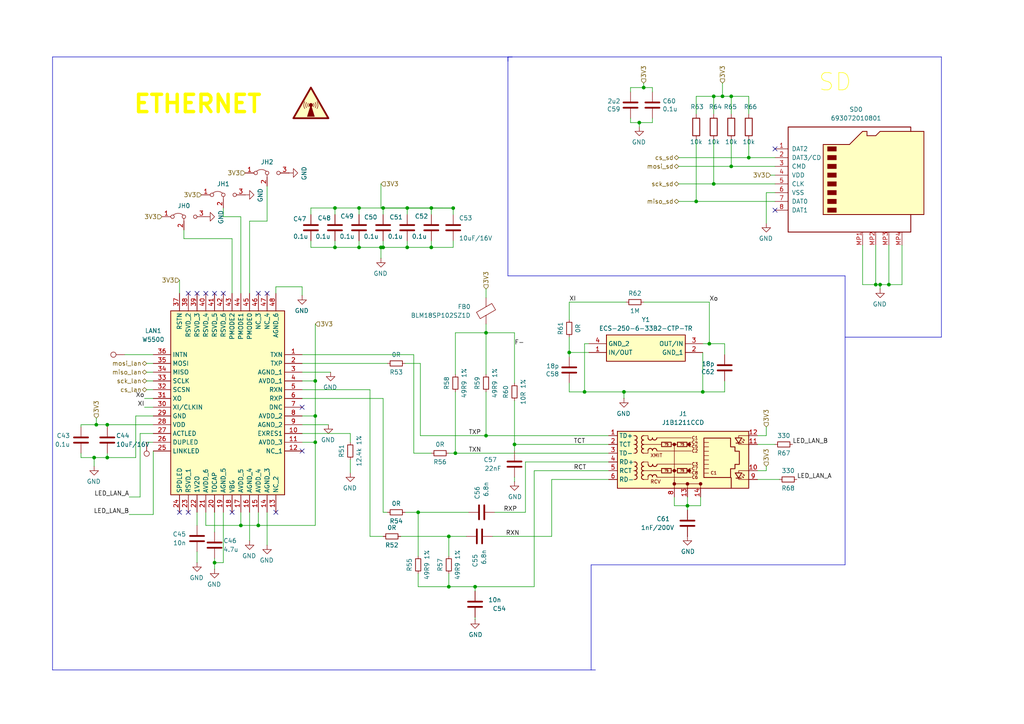
<source format=kicad_sch>
(kicad_sch (version 20231120) (generator "eeschema") (generator_version "8.0")
  (paper "A4")
  (lib_symbols
    (symbol "Connector:Micro_SD_Card" (pin_names (offset 1.016))
      (property "Reference" "J5" (at 0.635 19.05 0))
      (property "Value" "Micro_SD_Card" (at 0.635 16.51 0))
      (symbol "Micro_SD_Card_1_1"
        (pin bidirectional line (at -22.86 7.62 0) (length 3.81) (name "DAT2") (number "1"))
        (pin bidirectional line (at -22.86 5.08 0) (length 3.81) (name "DAT3/CD") (number "2"))
        (pin input line (at -22.86 2.54 0) (length 3.81) (name "CMD") (number "3"))
        (pin power_in line (at -22.86 0 0) (length 3.81) (name "VDD") (number "4"))
        (pin input line (at -22.86 -2.54 0) (length 3.81) (name "CLK") (number "5"))
        (pin power_in line (at -22.86 -5.08 0) (length 3.81) (name "VSS") (number "6"))
        (pin bidirectional line (at -22.86 -7.62 0) (length 3.81) (name "DAT0") (number "7"))
        (pin bidirectional line (at -22.86 -10.16 0) (length 3.81) (name "DAT1") (number "8"))
        (pin passive line (at 2.54 -20.32 90) (length 3.81) (name "") (number "MP1"))
        (pin passive line (at 6.35 -20.32 90) (length 3.81) (name "") (number "MP2"))
        (pin passive line (at 10.16 -20.32 90) (length 3.81) (name "") (number "MP3"))
        (pin passive line (at 13.97 -20.32 90) (length 3.81) (name "") (number "MP4"))
      )
    )
    (symbol "Connector:RJ45_Wuerth_7499010121A"
      (property "Reference" "J6" (at 1.27 13.97 0))
      (property "Value" "RJ45_Wuerth_7499010121A" (at 1.27 11.43 0))
      (symbol "RJ45_Wuerth_7499010121A_0_0"
        (text "C1" (at 4.699 6.985 0) (effects (font (size 0.889 0.889))))
        (text "C1" (at 10.16 -3.175 0) (effects (font (size 0.889 0.889))))
        (text "C2" (at 4.699 3.175 0) (effects (font (size 0.889 0.889))))
        (text "C3" (at 4.699 -0.635 0) (effects (font (size 0.889 0.889))))
        (text "C4" (at 4.699 5.715 0) (effects (font (size 0.889 0.889))))
        (text "C5" (at 4.699 4.445 0) (effects (font (size 0.889 0.889))))
        (text "C6" (at 4.699 -4.445 0) (effects (font (size 0.889 0.889))))
        (text "C7" (at 4.699 -1.905 0) (effects (font (size 0.889 0.889))))
        (text "C8" (at 4.699 -3.175 0) (effects (font (size 0.889 0.889))))
        (text "RCV" (at -8.255 -5.715 0) (effects (font (size 1.016 1.016)) (justify left)))
        (text "XMIT" (at -8.255 1.905 0) (effects (font (size 1.016 1.016)) (justify left)))
      )
      (symbol "RJ45_Wuerth_7499010121A_1_1"
        (text "75" (at -3.556 -2.54 0) (effects (font (size 0.635 0.635))))
        (text "75" (at -3.556 5.08 0) (effects (font (size 0.635 0.635))))
        (text "75" (at 1.016 -2.54 0) (effects (font (size 0.635 0.635))))
        (text "75" (at 1.016 5.08 0) (effects (font (size 0.635 0.635))))
        (pin passive line (at -20.32 7.62 0) (length 2.54) (name "TD+") (number "1"))
        (pin passive line (at 22.86 -2.54 180) (length 2.54) (name "") (number "10"))
        (pin passive line (at 22.86 5.08 180) (length 2.54) (name "") (number "11"))
        (pin passive line (at 22.86 7.62 180) (length 2.54) (name "") (number "12"))
        (pin output line (at 2.54 -10.16 90) (length 2.54) (name "") (number "13"))
        (pin output line (at 6.35 -10.16 90) (length 2.54) (name "") (number "14"))
        (pin passive line (at -20.32 5.08 0) (length 2.54) (name "TCT") (number "2"))
        (pin passive line (at -20.32 2.54 0) (length 2.54) (name "TD-") (number "3"))
        (pin passive line (at -20.32 0 0) (length 2.54) (name "RD+") (number "4"))
        (pin passive line (at -20.32 -2.54 0) (length 2.54) (name "RCT") (number "5"))
        (pin passive line (at -20.32 -5.08 0) (length 2.54) (name "RD-") (number "6"))
        (pin no_connect line (at 20.32 0 0) (length 0) hide (name "NC") (number "7"))
        (pin output line (at -1.27 -10.16 90) (length 2.54) (name "") (number "8"))
        (pin passive line (at 22.86 -5.08 180) (length 2.54) (name "") (number "9"))
      )
    )
    (symbol "Connector:TestPoint" (pin_numbers hide) (pin_names (offset 0.762) hide)
      (property "Reference" "TP" (at 0 6.858 0))
      (property "Value" "TestPoint" (at 0 5.08 0))
      (symbol "TestPoint_1_1"
        (pin passive line (at 0 0 90) (length 2.54) (name "1") (number "1"))
      )
    )
    (symbol "Device:C" (pin_numbers hide) (pin_names (offset 0.254))
      (property "Reference" "C" (at 0.635 2.54 0))
      (property "Value" "C" (at 0.635 -2.54 0))
      (symbol "C_1_1"
        (pin passive line (at 0 3.81 270) (length 2.794) (name "~") (number "1"))
        (pin passive line (at 0 -3.81 90) (length 2.794) (name "~") (number "2"))
      )
    )
    (symbol "Device:FerriteBead" (pin_numbers hide) (pin_names (offset 0))
      (property "Reference" "FB" (at -3.81 0.635 90))
      (property "Value" "FerriteBead" (at 3.81 0 90))
      (symbol "FerriteBead_1_1"
        (pin passive line (at 0 3.81 270) (length 2.54) (name "~") (number "1"))
        (pin passive line (at 0 -3.81 90) (length 2.54) (name "~") (number "2"))
      )
    )
    (symbol "Device:R" (pin_numbers hide) (pin_names (offset 0))
      (property "Reference" "R" (at 2.032 0 90))
      (property "Value" "R" (at 0 0 90))
      (symbol "R_1_1"
        (pin passive line (at 0 3.81 270) (length 1.27) (name "~") (number "1"))
        (pin passive line (at 0 -3.81 90) (length 1.27) (name "~") (number "2"))
      )
    )
    (symbol "Device:R_Small" (pin_numbers hide) (pin_names (offset 0.254) hide)
      (property "Reference" "R" (at 0.762 0.508 0))
      (property "Value" "R_Small" (at 0.762 -1.016 0))
      (symbol "R_Small_1_1"
        (pin passive line (at 0 2.54 270) (length 0.762) (name "~") (number "1"))
        (pin passive line (at 0 -2.54 90) (length 0.762) (name "~") (number "2"))
      )
    )
    (symbol "Graphic:SYM_Radio_Waves_Large" (in_bom no) (on_board no))
    (symbol "Jumper:Jumper_3_Bridged12" (pin_names (offset 0) hide)
      (property "Reference" "JP" (at -2.54 -2.54 0))
      (property "Value" "Jumper_3_Bridged12" (at 0 2.794 0))
      (symbol "Jumper_3_Bridged12_1_1"
        (pin passive line (at -6.35 0 0) (length 2.54) (name "A") (number "1"))
        (pin passive line (at 0 -3.81 90) (length 2.54) (name "C") (number "2"))
        (pin passive line (at 6.35 0 180) (length 2.54) (name "B") (number "3"))
      )
    )
    (symbol "SamacSys_Parts:ECS-250-6-33B2-CTP-TR"
      (property "Reference" "Y" (at 29.21 7.62 0))
      (property "Value" "ECS-250-6-33B2-CTP-TR" (at 29.21 5.08 0))
      (symbol "ECS-250-6-33B2-CTP-TR_1_1"
        (pin passive line (at 0 -2.54 0) (length 5.08) (name "IN/OUT") (number "1"))
        (pin passive line (at 33.02 -2.54 180) (length 5.08) (name "GND_1") (number "2"))
        (pin passive line (at 33.02 0 180) (length 5.08) (name "OUT/IN") (number "3"))
        (pin passive line (at 0 0 0) (length 5.08) (name "GND_2") (number "4"))
      )
    )
    (symbol "SamacSys_Parts:W5500"
      (property "Reference" "IC" (at 39.37 17.78 0))
      (property "Value" "W5500" (at 39.37 15.24 0))
      (symbol "W5500_1_1"
        (pin passive line (at 0 0 0) (length 5.08) (name "TXN") (number "1"))
        (pin passive line (at 0 -22.86 0) (length 5.08) (name "EXRES1") (number "10"))
        (pin passive line (at 0 -25.4 0) (length 5.08) (name "AVDD_3") (number "11"))
        (pin passive line (at 0 -27.94 0) (length 5.08) (name "NC_1") (number "12"))
        (pin passive line (at 7.62 -45.72 90) (length 5.08) (name "NC_2") (number "13"))
        (pin passive line (at 10.16 -45.72 90) (length 5.08) (name "AGND_3") (number "14"))
        (pin passive line (at 12.7 -45.72 90) (length 5.08) (name "AVDD_4") (number "15"))
        (pin passive line (at 15.24 -45.72 90) (length 5.08) (name "AGND_4") (number "16"))
        (pin passive line (at 17.78 -45.72 90) (length 5.08) (name "AVDD_5") (number "17"))
        (pin passive line (at 20.32 -45.72 90) (length 5.08) (name "VBG") (number "18"))
        (pin passive line (at 22.86 -45.72 90) (length 5.08) (name "AGND_5") (number "19"))
        (pin passive line (at 0 -2.54 0) (length 5.08) (name "TXP") (number "2"))
        (pin passive line (at 25.4 -45.72 90) (length 5.08) (name "TOCAP") (number "20"))
        (pin passive line (at 27.94 -45.72 90) (length 5.08) (name "AVDD_6") (number "21"))
        (pin passive line (at 30.48 -45.72 90) (length 5.08) (name "1V2O") (number "22"))
        (pin passive line (at 33.02 -45.72 90) (length 5.08) (name "RSVD_1") (number "23"))
        (pin passive line (at 35.56 -45.72 90) (length 5.08) (name "SPDLED") (number "24"))
        (pin passive line (at 43.18 -27.94 180) (length 5.08) (name "LINKLED") (number "25"))
        (pin passive line (at 43.18 -25.4 180) (length 5.08) (name "DUPLED") (number "26"))
        (pin passive line (at 43.18 -22.86 180) (length 5.08) (name "ACTLED") (number "27"))
        (pin passive line (at 43.18 -20.32 180) (length 5.08) (name "VDD") (number "28"))
        (pin passive line (at 43.18 -17.78 180) (length 5.08) (name "GND") (number "29"))
        (pin passive line (at 0 -5.08 0) (length 5.08) (name "AGND_1") (number "3"))
        (pin passive line (at 43.18 -15.24 180) (length 5.08) (name "XI/CLKIN") (number "30"))
        (pin passive line (at 43.18 -12.7 180) (length 5.08) (name "XO") (number "31"))
        (pin passive line (at 43.18 -10.16 180) (length 5.08) (name "SCSN") (number "32"))
        (pin passive line (at 43.18 -7.62 180) (length 5.08) (name "SCLK") (number "33"))
        (pin passive line (at 43.18 -5.08 180) (length 5.08) (name "MISO") (number "34"))
        (pin passive line (at 43.18 -2.54 180) (length 5.08) (name "MOSI") (number "35"))
        (pin passive line (at 43.18 0 180) (length 5.08) (name "INTN") (number "36"))
        (pin passive line (at 35.56 17.78 270) (length 5.08) (name "RSTN") (number "37"))
        (pin passive line (at 33.02 17.78 270) (length 5.08) (name "RSVD_2") (number "38"))
        (pin passive line (at 30.48 17.78 270) (length 5.08) (name "RSVD_3") (number "39"))
        (pin passive line (at 0 -7.62 0) (length 5.08) (name "AVDD_1") (number "4"))
        (pin passive line (at 27.94 17.78 270) (length 5.08) (name "RSVD_4") (number "40"))
        (pin passive line (at 25.4 17.78 270) (length 5.08) (name "RSVD_5") (number "41"))
        (pin passive line (at 22.86 17.78 270) (length 5.08) (name "RSVD_6") (number "42"))
        (pin passive line (at 20.32 17.78 270) (length 5.08) (name "PMODE2") (number "43"))
        (pin passive line (at 17.78 17.78 270) (length 5.08) (name "PMODE1") (number "44"))
        (pin passive line (at 15.24 17.78 270) (length 5.08) (name "PMODE0") (number "45"))
        (pin passive line (at 12.7 17.78 270) (length 5.08) (name "NC_3") (number "46"))
        (pin passive line (at 10.16 17.78 270) (length 5.08) (name "NC_4") (number "47"))
        (pin passive line (at 7.62 17.78 270) (length 5.08) (name "AGND_6") (number "48"))
        (pin passive line (at 0 -10.16 0) (length 5.08) (name "RXN") (number "5"))
        (pin passive line (at 0 -12.7 0) (length 5.08) (name "RXP") (number "6"))
        (pin passive line (at 0 -15.24 0) (length 5.08) (name "DNC") (number "7"))
        (pin passive line (at 0 -17.78 0) (length 5.08) (name "AVDD_2") (number "8"))
        (pin passive line (at 0 -20.32 0) (length 5.08) (name "AGND_2") (number "9"))
      )
    )
    (symbol "power:GND" (power) (pin_numbers hide) (pin_names (offset 0) hide)
      (property "Value" "GND" (at 0 -3.81 0))
      (symbol "GND_1_1"
        (pin power_in line (at 0 0 270) (length 0) (name "~") (number "1"))
      )
    )
  )
  (junction (at 27.94 123.19))
  (junction (at 255.27 82.55))
  (junction (at 118.11 60.325))
  (junction (at 104.14 71.755))
  (junction (at 257.81 82.55))
  (junction (at 199.39 146.685))
  (junction (at 62.23 163.195))
  (junction (at 140.97 126.365))
  (junction (at 205.74 99.695))
  (junction (at 104.14 60.325))
  (junction (at 132.08 131.445))
  (junction (at 69.85 152.4))
  (junction (at 207.01 53.34))
  (junction (at 31.115 123.19))
  (junction (at 118.11 71.755))
  (junction (at 201.93 58.42))
  (junction (at 125.095 60.325))
  (junction (at 97.155 60.325))
  (junction (at 131.445 60.3569))
  (junction (at 125.095 71.755))
  (junction (at 217.17 45.72))
  (junction (at 169.545 113.665))
  (junction (at 91.44 110.49))
  (junction (at 91.44 120.65))
  (junction (at 111.125 60.325))
  (junction (at 130.175 170.18))
  (junction (at 212.09 48.26))
  (junction (at 212.09 27.94))
  (junction (at 91.44 128.27))
  (junction (at 111.125 71.755))
  (junction (at 137.795 170.18))
  (junction (at 130.175 155.575))
  (junction (at 97.155 71.755))
  (junction (at 203.835 113.665))
  (junction (at 31.115 132.715))
  (junction (at 254 82.55))
  (junction (at 149.225 128.905))
  (junction (at 185.42 35.56))
  (junction (at 110.49 71.755))
  (junction (at 74.93 152.4))
  (junction (at 121.285 148.59))
  (junction (at 27.305 132.715))
  (junction (at 165.1 102.235))
  (junction (at 207.01 27.94))
  (junction (at 180.975 113.665))
  (junction (at 186.69 25.4))
  (junction (at 209.55 27.94))
  (junction (at 140.97 96.52))
  (no_connect (at 74.93 85.09))
  (no_connect (at 54.61 85.09))
  (no_connect (at 67.31 148.59))
  (no_connect (at 87.63 130.81))
  (no_connect (at 224.79 60.96))
  (no_connect (at 64.77 85.09))
  (no_connect (at 52.07 148.59))
  (no_connect (at 224.79 43.18))
  (no_connect (at 62.23 85.09))
  (no_connect (at 87.63 118.11))
  (no_connect (at 77.47 85.09))
  (no_connect (at 54.61 148.59))
  (no_connect (at 57.15 85.09))
  (no_connect (at 80.01 148.59))
  (no_connect (at 59.69 85.09))
  (wire (pts (xy 101.6 133.35) (xy 101.6 137.16)))
  (wire (pts (xy 64.77 62.865) (xy 64.77 60.325)))
  (wire (pts (xy 212.09 33.02) (xy 212.09 27.94)))
  (wire (pts (xy 165.1 103.505) (xy 165.1 102.235)))
  (wire (pts (xy 257.81 71.12) (xy 257.81 82.55)))
  (wire (pts (xy 69.85 152.4) (xy 74.93 152.4)))
  (wire (pts (xy 210.185 99.695) (xy 205.74 99.695)))
  (wire (pts (xy 169.545 99.695) (xy 169.545 113.665)))
  (wire (pts (xy 104.14 71.755) (xy 110.49 71.755)))
  (wire (pts (xy 72.39 64.135) (xy 77.47 64.135)))
  (wire (pts (xy 140.97 96.52) (xy 140.97 108.585)))
  (wire (pts (xy 23.495 131.445) (xy 23.495 132.715)))
  (wire (pts (xy 125.095 71.755) (xy 131.445 71.755)))
  (wire (pts (xy 107.315 113.03) (xy 107.315 155.575)))
  (wire (pts (xy 186.69 87.63) (xy 205.74 87.63)))
  (wire (pts (xy 223.52 50.8) (xy 224.79 50.8)))
  (wire (pts (xy 222.25 135.255) (xy 222.25 136.525)))
  (wire (pts (xy 31.115 123.19) (xy 27.94 123.19)))
  (wire (pts (xy 149.225 116.205) (xy 149.225 128.905)))
  (wire (pts (xy 195.58 144.145) (xy 195.58 146.685)))
  (wire (pts (xy 110.49 60.3569) (xy 131.445 60.3569)))
  (wire (pts (xy 130.175 155.575) (xy 135.255 155.575)))
  (wire (pts (xy 189.23 25.4) (xy 186.69 25.4)))
  (wire (pts (xy 165.1 111.125) (xy 165.1 113.665)))
  (polyline (pts (xy 15.24 16.51) (xy 15.24 194.31)))
  (wire (pts (xy 97.155 69.85) (xy 97.155 71.755)))
  (wire (pts (xy 67.31 69.215) (xy 67.31 85.09)))
  (wire (pts (xy 222.25 123.825) (xy 222.25 126.365)))
  (wire (pts (xy 209.55 27.94) (xy 209.55 24.13)))
  (wire (pts (xy 165.1 87.63) (xy 181.61 87.63)))
  (wire (pts (xy 72.39 148.59) (xy 72.39 156.845)))
  (wire (pts (xy 201.93 27.94) (xy 201.93 33.02)))
  (wire (pts (xy 111.125 69.85) (xy 111.125 71.755)))
  (wire (pts (xy 203.835 113.665) (xy 203.835 102.235)))
  (wire (pts (xy 217.17 40.64) (xy 217.17 45.72)))
  (wire (pts (xy 131.445 62.23) (xy 131.445 60.3569)))
  (wire (pts (xy 53.34 69.215) (xy 67.31 69.215)))
  (wire (pts (xy 59.69 148.59) (xy 59.69 152.4)))
  (wire (pts (xy 207.01 40.64) (xy 207.01 53.34)))
  (wire (pts (xy 87.63 110.49) (xy 91.44 110.49)))
  (wire (pts (xy 255.27 83.82) (xy 255.27 82.55)))
  (wire (pts (xy 57.15 163.195) (xy 57.15 160.02)))
  (wire (pts (xy 57.15 148.59) (xy 57.15 152.4)))
  (wire (pts (xy 121.285 166.37) (xy 121.285 170.18)))
  (wire (pts (xy 132.08 108.585) (xy 132.08 96.52)))
  (wire (pts (xy 201.93 58.42) (xy 196.85 58.42)))
  (wire (pts (xy 186.69 24.13) (xy 186.69 25.4)))
  (wire (pts (xy 59.69 152.4) (xy 69.85 152.4)))
  (wire (pts (xy 149.225 128.905) (xy 176.53 128.905)))
  (wire (pts (xy 199.39 147.955) (xy 199.39 146.685)))
  (wire (pts (xy 91.44 128.27) (xy 91.44 152.4)))
  (wire (pts (xy 91.44 120.65) (xy 91.44 128.27)))
  (wire (pts (xy 80.01 83.185) (xy 80.01 85.09)))
  (wire (pts (xy 140.97 113.665) (xy 140.97 126.365)))
  (wire (pts (xy 257.81 82.55) (xy 261.62 82.55)))
  (wire (pts (xy 77.47 64.135) (xy 77.47 53.975)))
  (wire (pts (xy 62.23 148.59) (xy 62.23 154.305)))
  (wire (pts (xy 217.17 45.72) (xy 224.79 45.72)))
  (wire (pts (xy 189.23 35.56) (xy 189.23 34.29)))
  (wire (pts (xy 104.14 62.23) (xy 104.14 60.325)))
  (wire (pts (xy 74.93 148.59) (xy 74.93 152.4)))
  (wire (pts (xy 121.285 161.29) (xy 121.285 148.59)))
  (wire (pts (xy 222.25 136.525) (xy 219.71 136.525)))
  (wire (pts (xy 72.39 85.09) (xy 72.39 64.135)))
  (wire (pts (xy 185.42 35.56) (xy 182.88 35.56)))
  (wire (pts (xy 87.63 105.41) (xy 112.395 105.41)))
  (wire (pts (xy 41.91 118.11) (xy 44.45 118.11)))
  (wire (pts (xy 44.45 130.81) (xy 44.45 149.225)))
  (wire (pts (xy 121.92 105.41) (xy 121.92 126.365)))
  (wire (pts (xy 130.175 155.575) (xy 130.175 161.29)))
  (wire (pts (xy 97.155 71.755) (xy 90.17 71.755)))
  (wire (pts (xy 165.1 97.79) (xy 165.1 102.235)))
  (wire (pts (xy 62.23 161.925) (xy 62.23 163.195)))
  (wire (pts (xy 196.85 53.34) (xy 207.01 53.34)))
  (wire (pts (xy 137.795 179.705) (xy 137.795 179.07)))
  (wire (pts (xy 196.85 48.26) (xy 212.09 48.26)))
  (wire (pts (xy 185.42 36.83) (xy 185.42 35.56)))
  (wire (pts (xy 110.49 71.755) (xy 111.125 71.755)))
  (wire (pts (xy 255.27 82.55) (xy 257.81 82.55)))
  (wire (pts (xy 165.1 87.63) (xy 165.1 92.71)))
  (wire (pts (xy 104.14 60.325) (xy 111.125 60.325)))
  (wire (pts (xy 180.975 113.665) (xy 169.545 113.665)))
  (wire (pts (xy 210.185 113.665) (xy 203.835 113.665)))
  (wire (pts (xy 31.115 132.715) (xy 39.37 132.715)))
  (wire (pts (xy 37.465 144.145) (xy 40.64 144.145)))
  (wire (pts (xy 121.92 126.365) (xy 140.97 126.365)))
  (wire (pts (xy 23.495 132.715) (xy 27.305 132.715)))
  (wire (pts (xy 130.175 170.18) (xy 137.795 170.18)))
  (wire (pts (xy 132.08 113.665) (xy 132.08 131.445)))
  (wire (pts (xy 212.09 40.64) (xy 212.09 48.26)))
  (polyline (pts (xy 273.05 16.51) (xy 273.05 97.79)))
  (wire (pts (xy 210.185 110.49) (xy 210.185 113.665)))
  (wire (pts (xy 118.11 60.325) (xy 125.095 60.325)))
  (wire (pts (xy 104.14 71.755) (xy 104.14 69.85)))
  (wire (pts (xy 52.07 81.28) (xy 52.07 85.09)))
  (wire (pts (xy 90.17 71.755) (xy 90.17 69.85)))
  (wire (pts (xy 250.19 82.55) (xy 254 82.55)))
  (wire (pts (xy 74.93 152.4) (xy 91.44 152.4)))
  (wire (pts (xy 182.88 25.4) (xy 182.88 26.67)))
  (wire (pts (xy 44.45 149.225) (xy 37.465 149.225)))
  (wire (pts (xy 201.93 40.64) (xy 201.93 58.42)))
  (wire (pts (xy 189.23 26.67) (xy 189.23 25.4)))
  (wire (pts (xy 152.4 133.985) (xy 152.4 148.59)))
  (wire (pts (xy 69.85 148.59) (xy 69.85 152.4)))
  (wire (pts (xy 140.97 96.52) (xy 149.225 96.52)))
  (wire (pts (xy 130.175 166.37) (xy 130.175 170.18)))
  (wire (pts (xy 125.095 60.325) (xy 125.095 62.23)))
  (wire (pts (xy 254 71.12) (xy 254 82.55)))
  (wire (pts (xy 117.475 105.41) (xy 121.92 105.41)))
  (wire (pts (xy 111.125 60.325) (xy 111.125 62.23)))
  (wire (pts (xy 87.63 115.57) (xy 111.125 115.57)))
  (wire (pts (xy 118.11 62.23) (xy 118.11 60.325)))
  (wire (pts (xy 160.02 155.575) (xy 142.875 155.575)))
  (wire (pts (xy 224.79 58.42) (xy 201.93 58.42)))
  (wire (pts (xy 91.44 93.98) (xy 91.44 110.49)))
  (wire (pts (xy 165.1 102.235) (xy 170.815 102.235)))
  (wire (pts (xy 64.77 163.195) (xy 62.23 163.195)))
  (wire (pts (xy 152.4 133.985) (xy 176.53 133.985)))
  (wire (pts (xy 23.495 123.19) (xy 27.94 123.19)))
  (wire (pts (xy 90.17 60.325) (xy 97.155 60.325)))
  (wire (pts (xy 130.175 131.445) (xy 132.08 131.445)))
  (wire (pts (xy 41.91 115.57) (xy 44.45 115.57)))
  (polyline (pts (xy 273.05 97.79) (xy 245.11 97.79)))
  (wire (pts (xy 180.975 115.57) (xy 180.975 113.665)))
  (wire (pts (xy 261.62 71.12) (xy 261.62 82.55)))
  (wire (pts (xy 210.185 102.87) (xy 210.185 99.695)))
  (wire (pts (xy 87.63 113.03) (xy 107.315 113.03)))
  (wire (pts (xy 140.97 126.365) (xy 176.53 126.365)))
  (wire (pts (xy 110.49 53.34) (xy 110.49 60.3569)))
  (wire (pts (xy 132.08 96.52) (xy 140.97 96.52)))
  (wire (pts (xy 69.85 62.865) (xy 69.85 85.09)))
  (wire (pts (xy 152.4 148.59) (xy 143.51 148.59)))
  (wire (pts (xy 137.795 171.45) (xy 137.795 170.18)))
  (wire (pts (xy 140.97 93.98) (xy 140.97 96.52)))
  (wire (pts (xy 40.64 125.73) (xy 44.45 125.73)))
  (polyline (pts (xy 171.45 163.83) (xy 245.11 163.83)))
  (wire (pts (xy 217.17 45.72) (xy 196.85 45.72)))
  (wire (pts (xy 212.09 48.26) (xy 224.79 48.26)))
  (polyline (pts (xy 147.32 80.01) (xy 147.32 16.51)))
  (wire (pts (xy 199.39 144.145) (xy 199.39 146.685)))
  (wire (pts (xy 64.77 148.59) (xy 64.77 163.195)))
  (polyline (pts (xy 147.32 16.51) (xy 147.32 17.78)))
  (wire (pts (xy 199.39 146.685) (xy 203.2 146.685)))
  (wire (pts (xy 53.34 69.215) (xy 53.34 66.675)))
  (wire (pts (xy 137.795 170.18) (xy 154.94 170.18)))
  (wire (pts (xy 154.94 136.525) (xy 176.53 136.525)))
  (wire (pts (xy 64.77 62.865) (xy 69.85 62.865)))
  (wire (pts (xy 95.885 107.95) (xy 87.63 107.95)))
  (wire (pts (xy 111.125 60.325) (xy 118.11 60.325)))
  (wire (pts (xy 205.74 99.695) (xy 203.835 99.695)))
  (polyline (pts (xy 245.11 80.01) (xy 147.32 80.01)))
  (wire (pts (xy 118.11 71.755) (xy 118.11 69.85)))
  (wire (pts (xy 254 82.55) (xy 255.27 82.55)))
  (wire (pts (xy 132.08 131.445) (xy 176.53 131.445)))
  (wire (pts (xy 149.225 139.7) (xy 149.225 138.43)))
  (wire (pts (xy 36.195 102.87) (xy 44.45 102.87)))
  (wire (pts (xy 121.285 148.59) (xy 135.89 148.59)))
  (wire (pts (xy 42.545 110.49) (xy 44.45 110.49)))
  (wire (pts (xy 217.17 27.94) (xy 212.09 27.94)))
  (wire (pts (xy 40.64 144.145) (xy 40.64 125.73)))
  (wire (pts (xy 42.545 105.41) (xy 44.45 105.41)))
  (wire (pts (xy 222.25 55.88) (xy 224.79 55.88)))
  (wire (pts (xy 111.125 148.59) (xy 112.395 148.59)))
  (wire (pts (xy 90.17 62.23) (xy 90.17 60.325)))
  (wire (pts (xy 87.63 120.65) (xy 91.44 120.65)))
  (wire (pts (xy 77.47 158.115) (xy 77.47 148.59)))
  (wire (pts (xy 27.94 121.285) (xy 27.94 123.19)))
  (wire (pts (xy 250.19 82.55) (xy 250.19 71.12)))
  (wire (pts (xy 140.97 83.82) (xy 140.97 86.36)))
  (wire (pts (xy 120.015 131.445) (xy 125.095 131.445)))
  (wire (pts (xy 205.74 87.63) (xy 205.74 99.695)))
  (wire (pts (xy 87.63 125.73) (xy 101.6 125.73)))
  (wire (pts (xy 169.545 99.695) (xy 170.815 99.695)))
  (wire (pts (xy 27.305 132.715) (xy 27.305 135.255)))
  (wire (pts (xy 62.23 163.195) (xy 62.23 165.1)))
  (wire (pts (xy 97.155 71.755) (xy 104.14 71.755)))
  (wire (pts (xy 195.58 146.685) (xy 199.39 146.685)))
  (wire (pts (xy 120.015 102.87) (xy 120.015 131.445)))
  (wire (pts (xy 23.495 123.19) (xy 23.495 123.825)))
  (wire (pts (xy 87.63 85.725) (xy 87.63 83.185)))
  (wire (pts (xy 31.115 123.19) (xy 31.115 123.825)))
  (wire (pts (xy 110.49 74.93) (xy 110.49 71.755)))
  (wire (pts (xy 149.225 96.52) (xy 149.225 111.125)))
  (wire (pts (xy 125.095 60.325) (xy 131.445 60.3569)))
  (wire (pts (xy 87.63 83.185) (xy 80.01 83.185)))
  (wire (pts (xy 219.71 139.065) (xy 226.06 139.065)))
  (wire (pts (xy 117.475 148.59) (xy 121.285 148.59)))
  (wire (pts (xy 118.11 71.755) (xy 125.095 71.755)))
  (wire (pts (xy 44.45 120.65) (xy 39.37 120.65)))
  (wire (pts (xy 186.69 25.4) (xy 182.88 25.4)))
  (wire (pts (xy 165.1 113.665) (xy 169.545 113.665)))
  (wire (pts (xy 207.01 27.94) (xy 201.93 27.94)))
  (wire (pts (xy 160.02 139.065) (xy 160.02 155.575)))
  (wire (pts (xy 125.095 69.85) (xy 125.095 71.755)))
  (wire (pts (xy 91.44 110.49) (xy 91.44 120.65)))
  (wire (pts (xy 203.2 146.685) (xy 203.2 144.145)))
  (polyline (pts (xy 171.45 194.31) (xy 171.45 163.83)))
  (wire (pts (xy 111.125 71.755) (xy 118.11 71.755)))
  (wire (pts (xy 44.45 123.19) (xy 31.115 123.19)))
  (polyline (pts (xy 15.24 194.31) (xy 172.72 194.31)))
  (wire (pts (xy 131.445 71.755) (xy 131.445 69.85)))
  (wire (pts (xy 207.01 27.94) (xy 207.01 33.02)))
  (wire (pts (xy 207.01 53.34) (xy 224.79 53.34)))
  (wire (pts (xy 97.155 60.325) (xy 97.155 62.23)))
  (wire (pts (xy 154.94 136.525) (xy 154.94 170.18)))
  (wire (pts (xy 39.37 120.65) (xy 39.37 132.715)))
  (wire (pts (xy 42.545 113.03) (xy 44.45 113.03)))
  (wire (pts (xy 31.115 131.445) (xy 31.115 132.715)))
  (polyline (pts (xy 245.11 163.83) (xy 245.11 80.01)))
  (wire (pts (xy 209.55 27.94) (xy 207.01 27.94)))
  (wire (pts (xy 131.445 60.3569) (xy 131.445 60.325)))
  (wire (pts (xy 87.63 128.27) (xy 91.44 128.27)))
  (wire (pts (xy 116.205 155.575) (xy 130.175 155.575)))
  (wire (pts (xy 87.63 123.19) (xy 95.25 123.19)))
  (wire (pts (xy 222.25 126.365) (xy 219.71 126.365)))
  (wire (pts (xy 101.6 125.73) (xy 101.6 128.27)))
  (polyline (pts (xy 147.32 16.51) (xy 273.05 16.51)))
  (wire (pts (xy 107.315 155.575) (xy 111.125 155.575)))
  (wire (pts (xy 212.09 27.94) (xy 209.55 27.94)))
  (wire (pts (xy 27.305 132.715) (xy 31.115 132.715)))
  (wire (pts (xy 224.79 128.905) (xy 219.71 128.905)))
  (wire (pts (xy 217.17 33.02) (xy 217.17 27.94)))
  (wire (pts (xy 180.975 113.665) (xy 203.835 113.665)))
  (wire (pts (xy 222.25 64.77) (xy 222.25 55.88)))
  (wire (pts (xy 97.155 60.325) (xy 104.14 60.325)))
  (wire (pts (xy 87.63 102.87) (xy 120.015 102.87)))
  (wire (pts (xy 160.02 139.065) (xy 176.53 139.065)))
  (wire (pts (xy 111.125 115.57) (xy 111.125 148.59)))
  (wire (pts (xy 42.545 128.27) (xy 44.45 128.27)))
  (wire (pts (xy 149.225 128.905) (xy 149.225 130.81)))
  (wire (pts (xy 42.545 107.95) (xy 44.45 107.95)))
  (wire (pts (xy 189.23 35.56) (xy 185.42 35.56)))
  (wire (pts (xy 121.285 170.18) (xy 130.175 170.18)))
  (polyline (pts (xy 15.24 16.51) (xy 148.59 16.51)))
  (wire (pts (xy 182.88 35.56) (xy 182.88 34.29)))
  (text "ETHERNET" (at 38.354 33.274 0) (effects (font (size 5 5) (thickness 1) (bold yes)) (justify left bottom)))
  (text "SD" (at 237.236 26.924 0) (effects (font (size 5 5)) (justify left bottom)))
  (label "Xo" (at 41.91 115.57 180))
  (label "RCT" (at 166.37 136.525 0))
  (label "LED_LAN_A" (at 37.465 144.145 180))
  (label "RXP" (at 146.05 148.59 0))
  (label "TXN" (at 135.89 131.445 0))
  (label "RXN" (at 146.685 155.575 0))
  (label "LED_LAN_B" (at 37.465 149.225 180))
  (label "Xo" (at 205.74 87.63 0))
  (label "XI" (at 165.1 87.63 0))
  (label "TCT" (at 166.37 128.905 0))
  (label "LED_LAN_A" (at 231.14 139.065 0))
  (label "LED_LAN_B" (at 229.87 128.905 0))
  (label "XI" (at 41.91 118.11 180))
  (label "TXP" (at 135.89 126.365 0))
  (label "F-" (at 149.225 100.33 0))
  (hierarchical_label "3V3" (shape input) (at 222.25 123.825 90))
  (hierarchical_label "3V3" (shape input) (at 209.55 24.13 90))
  (hierarchical_label "3V3" (shape input) (at 186.69 24.13 90))
  (hierarchical_label "3V3" (shape input) (at 27.94 121.285 90))
  (hierarchical_label "miso_lan" (shape bidirectional) (at 42.545 107.95 180))
  (hierarchical_label "sck_lan" (shape bidirectional) (at 42.545 110.49 180))
  (hierarchical_label "sck_sd" (shape bidirectional) (at 196.85 53.34 180))
  (hierarchical_label "3V3" (shape input) (at 58.42 56.515 180))
  (hierarchical_label "cs_sd" (shape bidirectional) (at 196.85 45.72 180))
  (hierarchical_label "3V3" (shape input) (at 52.07 81.28 180))
  (hierarchical_label "mosi_lan" (shape bidirectional) (at 42.545 105.41 180))
  (hierarchical_label "cs_lan" (shape bidirectional) (at 42.545 113.03 180))
  (hierarchical_label "3V3" (shape input) (at 110.49 53.34 0))
  (hierarchical_label "miso_sd" (shape bidirectional) (at 196.85 58.42 180))
  (hierarchical_label "3V3" (shape input) (at 71.12 50.165 180))
  (hierarchical_label "3V3" (shape input) (at 222.25 135.255 90))
  (hierarchical_label "3V3" (shape input) (at 223.52 50.8 180))
  (hierarchical_label "3V3" (shape input) (at 140.97 83.82 90))
  (hierarchical_label "3V3" (shape input) (at 91.44 93.98 0))
  (hierarchical_label "mosi_sd" (shape bidirectional) (at 196.85 48.26 180))
  (hierarchical_label "3V3" (shape input) (at 46.99 62.865 180))
  (symbol (lib_id "power:GND") (at 185.42 36.83 0) (mirror y) (unit 1)
    (property "Reference" "#PWR090" (effects (hide yes)))
    (property "Value" "GND" (at 185.293 41.2242 0))
    (property "Description" "Power symbol creates a global label with name \"GND\" , ground" (effects (hide yes)))
  )
  (symbol (lib_id "power:GND") (at 149.225 139.7 0) (unit 1)
    (property "Reference" "#PWR088" (effects (hide yes)))
    (property "Value" "GND" (at 149.352 144.0942 0))
    (property "Description" "Power symbol creates a global label with name \"GND\" , ground" (effects (hide yes)))
  )
  (symbol (lib_id "SamacSys_Parts:ECS-250-6-33B2-CTP-TR") (at 170.815 99.695 0) (unit 1)
    (property "Reference" "Y1" (at 187.325 92.71 0))
    (property "Value" "ECS-250-6-33B2-CTP-TR" (at 187.325 95.25 0))
    (property "Footprint" "SamacSys_Parts:ECS250633B2CTPTR" (effects (hide yes)))
    (property "Datasheet" "https://ecsxtal.com/products/crystals/surface-mount-crystals/ecs-250-6-33b2-ctp-tr" (effects (hide yes)))
    (property "Description" "25 MHz +/-10ppm Crystal 6pF 40 Ohms 4-SMD, No Lead" (effects (hide yes)))
    (property "Height" "0.8" (effects (hide yes)))
    (property "Mouser Part Number" "520-250-6-33B2-CTPTR" (effects (hide yes)))
    (property "Mouser Price/Stock" "https://www.mouser.co.uk/ProductDetail/ECS/ECS-250-6-33B2-CTP-TR?qs=Jm2GQyTW%2FbgZ5JLysnRl1g%3D%3D" (effects (hide yes)))
    (property "Manufacturer_Name" "ECS" (effects (hide yes)))
    (property "Manufacturer_Part_Number" "ECS-250-6-33B2-CTP-TR" (effects (hide yes)))
  )
  (symbol (lib_id "Device:C") (at 199.39 151.765 180) (unit 1)
    (property "Reference" "C61" (at 194.31 150.495 0) (effects (justify left)))
    (property "Value" "1nF/200V" (at 195.58 153.035 0) (effects (justify left)))
    (property "Footprint" "Capacitor_SMD:C_0805_2012Metric_Pad1.18x1.45mm_HandSolder" (effects (hide yes)))
    (property "Description" "Unpolarized capacitor" (effects (hide yes)))
  )
  (symbol (lib_id "Graphic:SYM_Radio_Waves_Large") (at 90.17 29.21 0) (unit 1) (exclude_from_sim yes) (in_bom no) (on_board no)
    (property "Reference" "#SYM0" (effects (hide yes)))
    (property "Value" "SYM_Radio_Waves_Large" (effects (hide yes)))
    (property "Description" "Radio waves warning symbol, large" (effects (hide yes)))
  )
  (symbol (lib_id "Device:R_Small") (at 132.08 111.125 180) (unit 1)
    (property "Reference" "R58" (at 129.54 111.125 90))
    (property "Value" "49R9 1%" (at 134.62 111.125 90))
    (property "Footprint" "Resistor_SMD:R_0603_1608Metric_Pad0.98x0.95mm_HandSolder" (effects (hide yes)))
    (property "Description" "Resistor, small symbol" (effects (hide yes)))
  )
  (symbol (lib_id "power:GND") (at 255.27 83.82 0) (mirror y) (unit 1)
    (property "Reference" "#PWR093" (effects (hide yes)))
    (property "Value" "GND" (at 255.143 88.2142 0))
    (property "Description" "Power symbol creates a global label with name \"GND\" , ground" (effects (hide yes)))
  )
  (symbol (lib_id "power:GND") (at 87.63 85.725 0) (mirror y) (unit 1)
    (property "Reference" "#PWR082" (effects (hide yes)))
    (property "Value" "GND" (at 87.503 90.1192 0))
    (property "Description" "Power symbol creates a global label with name \"GND\" , ground" (effects (hide yes)))
  )
  (symbol (lib_id "Device:C") (at 149.225 134.62 180) (unit 1)
    (property "Reference" "C57" (at 144.145 133.35 0) (effects (justify left)))
    (property "Value" "22nF" (at 145.415 135.89 0) (effects (justify left)))
    (property "Footprint" "Capacitor_SMD:C_0805_2012Metric_Pad1.18x1.45mm_HandSolder" (effects (hide yes)))
    (property "Description" "Unpolarized capacitor" (effects (hide yes)))
  )
  (symbol (lib_id "Device:FerriteBead") (at 140.97 90.17 0) (mirror x) (unit 1)
    (property "Reference" "FB0" (at 136.525 88.9507 0) (effects (justify right)))
    (property "Value" "BLM18SP102SZ1D" (at 136.525 91.4907 0) (effects (justify right)))
    (property "Footprint" "SamacSys_Parts:BLM18SP221SN1B" (effects (hide yes)))
    (property "Description" "Ferrite bead" (effects (hide yes)))
    (property "Height" "0.95" (effects (hide yes)))
    (property "Mouser Part Number" "81-BLM18SP102SZ1D" (effects (hide yes)))
    (property "Mouser Price/Stock" "https://www.mouser.co.uk/ProductDetail/Murata-Electronics/BLM18SP102SZ1D?qs=W%2FMpXkg%252BdQ7HBmR7E%252BlIwg%3D%3D" (effects (hide yes)))
    (property "Manufacturer_Name" "Murata Electronics" (effects (hide yes)))
    (property "Manufacturer_Part_Number" "BLM18SP102SZ1D" (effects (hide yes)))
  )
  (symbol (lib_id "power:GND") (at 180.975 115.57 0) (mirror y) (unit 1)
    (property "Reference" "#PWR089" (effects (hide yes)))
    (property "Value" "GND" (at 180.848 119.9642 0))
    (property "Description" "Power symbol creates a global label with name \"GND\" , ground" (effects (hide yes)))
  )
  (symbol (lib_id "power:GND") (at 199.39 155.575 0) (unit 1)
    (property "Reference" "#PWR091" (effects (hide yes)))
    (property "Value" "GND" (at 199.517 159.9692 0))
    (property "Description" "Power symbol creates a global label with name \"GND\" , ground" (effects (hide yes)))
  )
  (symbol (lib_id "Device:C") (at 104.14 66.04 180) (unit 1)
    (property "Reference" "C49" (at 102.616 62.738 0) (effects (justify left)))
    (property "Value" "0.1u" (at 102.87 68.58 0) (effects (justify left)))
    (property "Footprint" "Capacitor_SMD:C_0402_1005Metric_Pad0.74x0.62mm_HandSolder" (effects (hide yes)))
    (property "Description" "Unpolarized capacitor" (effects (hide yes)))
  )
  (symbol (lib_id "power:GND") (at 27.305 135.255 0) (mirror y) (unit 1)
    (property "Reference" "#PWR074" (effects (hide yes)))
    (property "Value" "GND" (at 27.178 139.6492 0))
    (property "Description" "Power symbol creates a global label with name \"GND\" , ground" (effects (hide yes)))
  )
  (symbol (lib_id "Connector:TestPoint") (at 42.545 128.27 180) (unit 1) (in_bom no)
    (property "Reference" "TP4" (effects (hide yes)))
    (property "Value" "TestPoint" (effects (hide yes)))
    (property "Footprint" "TestPoint:TestPoint_Pad_D1.0mm" (effects (hide yes)))
    (property "Description" "test point" (effects (hide yes)))
  )
  (symbol (lib_id "power:GND") (at 57.15 163.195 0) (mirror y) (unit 1)
    (property "Reference" "#PWR075" (effects (hide yes)))
    (property "Value" "GND" (at 57.023 167.5892 0))
    (property "Description" "Power symbol creates a global label with name \"GND\" , ground" (effects (hide yes)))
  )
  (symbol (lib_id "power:GND") (at 137.795 179.705 0) (unit 1)
    (property "Reference" "#PWR087" (effects (hide yes)))
    (property "Value" "GND" (at 137.922 184.0992 0))
    (property "Description" "Power symbol creates a global label with name \"GND\" , ground" (effects (hide yes)))
  )
  (symbol (lib_id "Device:C") (at 139.065 155.575 270) (unit 1)
    (property "Reference" "C55" (at 137.795 160.655 0) (effects (justify left)))
    (property "Value" "6.8n" (at 140.335 159.385 0) (effects (justify left)))
    (property "Footprint" "Capacitor_SMD:C_0805_2012Metric_Pad1.18x1.45mm_HandSolder" (effects (hide yes)))
    (property "Description" "Unpolarized capacitor" (effects (hide yes)))
  )
  (symbol (lib_id "Device:C") (at 31.115 127.635 180) (unit 1)
    (property "Reference" "C44" (at 33.655 126.365 0) (effects (justify right)))
    (property "Value" "10uF/16V" (at 33.655 128.905 0) (effects (justify right)))
    (property "Footprint" "Capacitor_SMD:C_0805_2012Metric_Pad1.18x1.45mm_HandSolder" (effects (hide yes)))
    (property "Description" "Unpolarized capacitor" (effects (hide yes)))
  )
  (symbol (lib_id "Device:C") (at 137.795 175.26 0) (unit 1)
    (property "Reference" "C54" (at 142.875 176.53 0) (effects (justify left)))
    (property "Value" "10n" (at 141.605 173.99 0) (effects (justify left)))
    (property "Footprint" "Capacitor_SMD:C_0805_2012Metric_Pad1.18x1.45mm_HandSolder" (effects (hide yes)))
    (property "Description" "Unpolarized capacitor" (effects (hide yes)))
  )
  (symbol (lib_id "power:GND") (at 62.23 165.1 0) (mirror y) (unit 1)
    (property "Reference" "#PWR077" (effects (hide yes)))
    (property "Value" "GND" (at 62.103 169.4942 0))
    (property "Description" "Power symbol creates a global label with name \"GND\" , ground" (effects (hide yes)))
  )
  (symbol (lib_id "Device:R_Small") (at 227.33 128.905 270) (unit 1)
    (property "Reference" "R67" (at 227.33 131.445 90))
    (property "Value" "330" (at 227.33 126.365 90))
    (property "Footprint" "Resistor_SMD:R_0603_1608Metric_Pad0.98x0.95mm_HandSolder" (effects (hide yes)))
    (property "Description" "Resistor, small symbol" (effects (hide yes)))
  )
  (symbol (lib_id "power:GND") (at 71.12 56.515 90) (mirror x) (unit 1)
    (property "Reference" "#PWR078" (effects (hide yes)))
    (property "Value" "GND" (at 75.5142 56.642 0))
    (property "Description" "Power symbol creates a global label with name \"GND\" , ground" (effects (hide yes)))
  )
  (symbol (lib_id "Device:C") (at 139.7 148.59 270) (unit 1)
    (property "Reference" "C56" (at 138.43 140.97 0) (effects (justify left)))
    (property "Value" "6.8n" (at 140.97 139.7 0) (effects (justify left)))
    (property "Footprint" "Capacitor_SMD:C_0805_2012Metric_Pad1.18x1.45mm_HandSolder" (effects (hide yes)))
    (property "Description" "Unpolarized capacitor" (effects (hide yes)))
  )
  (symbol (lib_id "Device:C") (at 131.445 66.04 180) (unit 1)
    (property "Reference" "C53" (at 133.096 63.246 0) (effects (justify right)))
    (property "Value" "10uF/16V" (at 133.096 69.088 0) (effects (justify right)))
    (property "Footprint" "Capacitor_SMD:C_0805_2012Metric_Pad1.18x1.45mm_HandSolder" (effects (hide yes)))
    (property "Description" "Unpolarized capacitor" (effects (hide yes)))
  )
  (symbol (lib_id "Device:C") (at 97.155 66.04 180) (unit 1)
    (property "Reference" "C48" (at 96.012 63.246 0) (effects (justify left)))
    (property "Value" "0.1u" (at 95.885 68.58 0) (effects (justify left)))
    (property "Footprint" "Capacitor_SMD:C_0402_1005Metric_Pad0.74x0.62mm_HandSolder" (effects (hide yes)))
    (property "Description" "Unpolarized capacitor" (effects (hide yes)))
  )
  (symbol (lib_id "Device:C") (at 189.23 30.48 0) (unit 1)
    (property "Reference" "C60" (at 192.151 29.3116 0) (effects (justify left)))
    (property "Value" "0.1u" (at 192.151 31.623 0) (effects (justify left)))
    (property "Footprint" "Capacitor_SMD:C_0402_1005Metric_Pad0.74x0.62mm_HandSolder" (effects (hide yes)))
    (property "Description" "Unpolarized capacitor" (effects (hide yes)))
  )
  (symbol (lib_id "Device:C") (at 165.1 107.315 180) (unit 1)
    (property "Reference" "C58" (at 162.179 108.4834 0) (effects (justify left)))
    (property "Value" "18p" (at 162.179 106.172 0) (effects (justify left)))
    (property "Footprint" "Capacitor_SMD:C_0402_1005Metric_Pad0.74x0.62mm_HandSolder" (effects (hide yes)))
    (property "Description" "Unpolarized capacitor" (effects (hide yes)))
  )
  (symbol (lib_id "Device:R_Small") (at 101.6 130.81 180) (unit 1)
    (property "Reference" "R51" (at 99.06 130.81 90))
    (property "Value" "12.4k 1%" (at 104.14 130.81 90))
    (property "Footprint" "Resistor_SMD:R_0603_1608Metric_Pad0.98x0.95mm_HandSolder" (effects (hide yes)))
    (property "Description" "Resistor, small symbol" (effects (hide yes)))
  )
  (symbol (lib_id "Device:R_Small") (at 149.225 113.665 180) (unit 1)
    (property "Reference" "R60" (at 146.685 113.665 90))
    (property "Value" "10R 1%" (at 151.765 113.665 90))
    (property "Footprint" "Resistor_SMD:R_0603_1608Metric_Pad0.98x0.95mm_HandSolder" (effects (hide yes)))
    (property "Description" "Resistor, small symbol" (effects (hide yes)))
  )
  (symbol (lib_id "Device:C") (at 182.88 30.48 180) (unit 1)
    (property "Reference" "C59" (at 179.959 31.6484 0) (effects (justify left)))
    (property "Value" "2u2" (at 179.959 29.337 0) (effects (justify left)))
    (property "Footprint" "Capacitor_SMD:C_0805_2012Metric_Pad1.18x1.45mm_HandSolder" (effects (hide yes)))
    (property "Description" "Unpolarized capacitor" (effects (hide yes)))
  )
  (symbol (lib_id "Device:R_Small") (at 165.1 95.25 180) (unit 1)
    (property "Reference" "R61" (at 162.56 95.25 90))
    (property "Value" "0R" (at 167.64 95.25 90))
    (property "Footprint" "Resistor_SMD:R_0603_1608Metric_Pad0.98x0.95mm_HandSolder" (effects (hide yes)))
    (property "Description" "Resistor, small symbol" (effects (hide yes)))
  )
  (symbol (lib_id "power:GND") (at 77.47 158.115 0) (mirror y) (unit 1)
    (property "Reference" "#PWR080" (effects (hide yes)))
    (property "Value" "GND" (at 77.343 162.5092 0))
    (property "Description" "Power symbol creates a global label with name \"GND\" , ground" (effects (hide yes)))
  )
  (symbol (lib_id "Device:R_Small") (at 113.665 155.575 270) (unit 1)
    (property "Reference" "R52" (at 113.665 158.115 90))
    (property "Value" "0R" (at 113.665 153.035 90))
    (property "Footprint" "Resistor_SMD:R_0603_1608Metric_Pad0.98x0.95mm_HandSolder" (effects (hide yes)))
    (property "Description" "Resistor, small symbol" (effects (hide yes)))
  )
  (symbol (lib_id "Device:C") (at 125.095 66.04 180) (unit 1)
    (property "Reference" "C52" (at 124.206 62.738 0) (effects (justify left)))
    (property "Value" "0.1u" (at 123.825 68.58 0) (effects (justify left)))
    (property "Footprint" "Capacitor_SMD:C_0402_1005Metric_Pad0.74x0.62mm_HandSolder" (effects (hide yes)))
    (property "Description" "Unpolarized capacitor" (effects (hide yes)))
  )
  (symbol (lib_id "Jumper:Jumper_3_Bridged12") (at 77.47 50.165 0) (unit 1) (in_bom no)
    (property "Reference" "JH2" (at 77.47 46.99 0))
    (property "Value" "Jumper_3_Bridged12" (effects (hide yes)))
    (property "Footprint" "Jumper:SolderJumper-3_P1.3mm_Bridged12_RoundedPad1.0x1.5mm_NumberLabels" (effects (hide yes)))
    (property "Description" "Jumper, 3-pole, pins 1+2 closed/bridged" (effects (hide yes)))
  )
  (symbol (lib_id "Device:R") (at 201.93 36.83 0) (mirror x) (unit 1)
    (property "Reference" "R63" (at 202.184 30.988 0))
    (property "Value" "10k" (at 201.93 41.148 0))
    (property "Footprint" "Resistor_SMD:R_0603_1608Metric_Pad0.98x0.95mm_HandSolder" (effects (hide yes)))
    (property "Description" "Resistor" (effects (hide yes)))
  )
  (symbol (lib_id "power:GND") (at 222.25 64.77 0) (mirror y) (unit 1)
    (property "Reference" "#PWR092" (effects (hide yes)))
    (property "Value" "GND" (at 222.123 69.1642 0))
    (property "Description" "Power symbol creates a global label with name \"GND\" , ground" (effects (hide yes)))
  )
  (symbol (lib_id "Device:R") (at 217.17 36.83 0) (mirror x) (unit 1)
    (property "Reference" "R66" (at 217.678 30.988 0))
    (property "Value" "10k" (at 217.17 41.148 0))
    (property "Footprint" "Resistor_SMD:R_0603_1608Metric_Pad0.98x0.95mm_HandSolder" (effects (hide yes)))
    (property "Description" "Resistor" (effects (hide yes)))
  )
  (symbol (lib_id "Device:R") (at 207.01 36.83 0) (mirror x) (unit 1)
    (property "Reference" "R64" (at 207.518 30.988 0))
    (property "Value" "10k" (at 207.01 41.148 0))
    (property "Footprint" "Resistor_SMD:R_0603_1608Metric_Pad0.98x0.95mm_HandSolder" (effects (hide yes)))
    (property "Description" "Resistor" (effects (hide yes)))
  )
  (symbol (lib_id "Device:R_Small") (at 184.15 87.63 90) (unit 1)
    (property "Reference" "R62" (at 184.15 85.09 90))
    (property "Value" "1M" (at 184.15 90.17 90))
    (property "Footprint" "Resistor_SMD:R_0603_1608Metric_Pad0.98x0.95mm_HandSolder" (effects (hide yes)))
    (property "Description" "Resistor, small symbol" (effects (hide yes)))
  )
  (symbol (lib_id "Device:C") (at 118.11 66.04 180) (unit 1)
    (property "Reference" "C51" (at 116.84 62.992 0) (effects (justify left)))
    (property "Value" "0.1u" (at 116.84 68.58 0) (effects (justify left)))
    (property "Footprint" "Capacitor_SMD:C_0402_1005Metric_Pad0.74x0.62mm_HandSolder" (effects (hide yes)))
    (property "Description" "Unpolarized capacitor" (effects (hide yes)))
  )
  (symbol (lib_id "Device:R_Small") (at 140.97 111.125 180) (unit 1)
    (property "Reference" "R59" (at 138.43 111.125 90))
    (property "Value" "49R9 1%" (at 143.51 111.125 90))
    (property "Footprint" "Resistor_SMD:R_0603_1608Metric_Pad0.98x0.95mm_HandSolder" (effects (hide yes)))
    (property "Description" "Resistor, small symbol" (effects (hide yes)))
  )
  (symbol (lib_id "Connector:Micro_SD_Card") (at 247.65 50.8 0) (unit 1)
    (property "Reference" "SD0" (at 248.285 31.75 0))
    (property "Value" "693072010801" (at 248.285 34.29 0))
    (property "Footprint" "SamacSys_Parts:693072010801" (effects (hide yes)))
    (property "Datasheet" "https://www.we-online.de/katalog/datasheet/693072010801.pdf" (effects (hide yes)))
    (property "Description" "Micro SD Card Socket" (effects (hide yes)))
    (property "Mouser Part Number" "710-693072010801" (effects (hide yes)))
    (property "Manufacturer_Part_Number" "693072010801" (effects (hide yes)))
  )
  (symbol (lib_id "Device:R") (at 212.09 36.83 0) (mirror x) (unit 1)
    (property "Reference" "R65" (at 211.836 30.988 0))
    (property "Value" "10k" (at 212.09 41.148 0))
    (property "Footprint" "Resistor_SMD:R_0603_1608Metric_Pad0.98x0.95mm_HandSolder" (effects (hide yes)))
    (property "Description" "Resistor" (effects (hide yes)))
  )
  (symbol (lib_id "Device:R_Small") (at 114.935 105.41 270) (unit 1)
    (property "Reference" "R53" (at 114.935 107.95 90))
    (property "Value" "0R" (at 114.935 102.87 90))
    (property "Footprint" "Resistor_SMD:R_0603_1608Metric_Pad0.98x0.95mm_HandSolder" (effects (hide yes)))
    (property "Description" "Resistor, small symbol" (effects (hide yes)))
  )
  (symbol (lib_id "power:GND") (at 83.82 50.165 90) (mirror x) (unit 1)
    (property "Reference" "#PWR081" (effects (hide yes)))
    (property "Value" "GND" (at 88.2142 50.292 0))
    (property "Description" "Power symbol creates a global label with name \"GND\" , ground" (effects (hide yes)))
  )
  (symbol (lib_id "SamacSys_Parts:W5500") (at 87.63 102.87 0) (mirror y) (unit 1)
    (property "Reference" "LAN1" (at 44.45 95.9419 0))
    (property "Value" "W5500" (at 44.45 98.4819 0))
    (property "Footprint" "SamacSys_Parts:QFP50P900X900X160-48N" (effects (hide yes)))
    (property "Datasheet" "http://wizwiki.net/wiki/lib/exe/fetch.php?media=products:w5500:w5500_ds_v106e_141230.pdf" (effects (hide yes)))
    (property "Description" "Ethernet ICs 3in1 Enet Controller TCP/IP +MAC+PHY" (effects (hide yes)))
    (property "Height" "1.6" (effects (hide yes)))
    (property "Mouser Part Number" "950-W5500" (effects (hide yes)))
    (property "Mouser Price/Stock" "https://www.mouser.co.uk/ProductDetail/WIZnet/W5500?qs=2vh%252B45pPFtzthUpYPd4pqA%3D%3D" (effects (hide yes)))
    (property "Manufacturer_Name" "WIZnet Inc" (effects (hide yes)))
    (property "Manufacturer_Part_Number" "W5500" (effects (hide yes)))
  )
  (symbol (lib_id "power:GND") (at 59.69 62.865 90) (mirror x) (unit 1)
    (property "Reference" "#PWR076" (effects (hide yes)))
    (property "Value" "GND" (at 64.0842 62.992 0))
    (property "Description" "Power symbol creates a global label with name \"GND\" , ground" (effects (hide yes)))
  )
  (symbol (lib_id "Connector:RJ45_Wuerth_7499010121A") (at 196.85 133.985 0) (unit 1)
    (property "Reference" "J1" (at 198.12 120.015 0))
    (property "Value" "J1B1211CCD" (at 198.12 122.555 0))
    (property "Footprint" "SamacSys_Parts:J1B1211CCD" (effects (hide yes)))
    (property "Datasheet" "http://wizwiki.net/wiki/lib/exe/fetch.php?media=products:wiz550web:wiz550webds_kr:j1b1211ccd.pdf" (effects (hide yes)))
    (property "Description" "LAN Transformer Jack, RJ45, 10/100 BaseT" (effects (hide yes)))
    (property "Mouser Part Number" "950-J1B1211CCD" (effects (hide yes)))
    (property "Manufacturer_Part_Number" "J1B1211CCD" (effects (hide yes)))
  )
  (symbol (lib_id "Device:R_Small") (at 130.175 163.83 180) (unit 1)
    (property "Reference" "R57" (at 127.635 163.83 90))
    (property "Value" "49R9 1%" (at 132.715 163.83 90))
    (property "Footprint" "Resistor_SMD:R_0603_1608Metric_Pad0.98x0.95mm_HandSolder" (effects (hide yes)))
    (property "Description" "Resistor, small symbol" (effects (hide yes)))
  )
  (symbol (lib_id "Device:R_Small") (at 121.285 163.83 180) (unit 1)
    (property "Reference" "R55" (at 118.745 163.83 90))
    (property "Value" "49R9 1%" (at 123.825 163.83 90))
    (property "Footprint" "Resistor_SMD:R_0603_1608Metric_Pad0.98x0.95mm_HandSolder" (effects (hide yes)))
    (property "Description" "Resistor, small symbol" (effects (hide yes)))
  )
  (symbol (lib_id "Device:C") (at 90.17 66.04 180) (unit 1)
    (property "Reference" "C47" (at 88.9 63.5 0) (effects (justify left)))
    (property "Value" "0.1u" (at 89.408 68.58 0) (effects (justify left)))
    (property "Footprint" "Capacitor_SMD:C_0402_1005Metric_Pad0.74x0.62mm_HandSolder" (effects (hide yes)))
    (property "Description" "Unpolarized capacitor" (effects (hide yes)))
  )
  (symbol (lib_id "Jumper:Jumper_3_Bridged12") (at 64.77 56.515 0) (unit 1) (in_bom no)
    (property "Reference" "JH1" (at 64.77 53.34 0))
    (property "Value" "Jumper_3_Bridged12" (effects (hide yes)))
    (property "Footprint" "Jumper:SolderJumper-3_P1.3mm_Bridged12_RoundedPad1.0x1.5mm_NumberLabels" (effects (hide yes)))
    (property "Description" "Jumper, 3-pole, pins 1+2 closed/bridged" (effects (hide yes)))
  )
  (symbol (lib_id "Connector:TestPoint") (at 36.195 102.87 90) (unit 1) (in_bom no)
    (property "Reference" "TP3" (effects (hide yes)))
    (property "Value" "TestPoint" (effects (hide yes)))
    (property "Footprint" "TestPoint:TestPoint_Pad_D1.0mm" (effects (hide yes)))
    (property "Description" "test point" (effects (hide yes)))
  )
  (symbol (lib_id "Device:R_Small") (at 228.6 139.065 270) (unit 1)
    (property "Reference" "R68" (at 228.6 141.605 90))
    (property "Value" "330" (at 228.6 136.525 90))
    (property "Footprint" "Resistor_SMD:R_0603_1608Metric_Pad0.98x0.95mm_HandSolder" (effects (hide yes)))
    (property "Description" "Resistor, small symbol" (effects (hide yes)))
  )
  (symbol (lib_id "Device:C") (at 210.185 106.68 180) (unit 1)
    (property "Reference" "C62" (at 207.264 107.8484 0) (effects (justify left)))
    (property "Value" "18p" (at 207.264 105.537 0) (effects (justify left)))
    (property "Footprint" "Capacitor_SMD:C_0402_1005Metric_Pad0.74x0.62mm_HandSolder" (effects (hide yes)))
    (property "Description" "Unpolarized capacitor" (effects (hide yes)))
  )
  (symbol (lib_id "power:GND") (at 101.6 137.16 0) (mirror y) (unit 1)
    (property "Reference" "#PWR085" (effects (hide yes)))
    (property "Value" "GND" (at 101.473 141.5542 0))
    (property "Description" "Power symbol creates a global label with name \"GND\" , ground" (effects (hide yes)))
  )
  (symbol (lib_id "power:GND") (at 110.49 74.93 0) (mirror y) (unit 1)
    (property "Reference" "#PWR086" (effects (hide yes)))
    (property "Value" "GND" (at 110.363 79.3242 0))
    (property "Description" "Power symbol creates a global label with name \"GND\" , ground" (effects (hide yes)))
  )
  (symbol (lib_id "Jumper:Jumper_3_Bridged12") (at 53.34 62.865 0) (unit 1) (in_bom no)
    (property "Reference" "JH0" (at 53.34 59.69 0))
    (property "Value" "Jumper_3_Bridged12" (effects (hide yes)))
    (property "Footprint" "Jumper:SolderJumper-3_P1.3mm_Bridged12_RoundedPad1.0x1.5mm_NumberLabels" (effects (hide yes)))
    (property "Description" "Jumper, 3-pole, pins 1+2 closed/bridged" (effects (hide yes)))
  )
  (symbol (lib_id "Device:C") (at 111.125 66.04 180) (unit 1)
    (property "Reference" "C50" (at 109.474 62.992 0) (effects (justify left)))
    (property "Value" "0.1u" (at 109.855 68.58 0) (effects (justify left)))
    (property "Footprint" "Capacitor_SMD:C_0402_1005Metric_Pad0.74x0.62mm_HandSolder" (effects (hide yes)))
    (property "Description" "Unpolarized capacitor" (effects (hide yes)))
  )
  (symbol (lib_id "Device:C") (at 23.495 127.635 180) (unit 1)
    (property "Reference" "C43" (at 20.32 126.365 0) (effects (justify left)))
    (property "Value" "0.1u" (at 20.32 128.905 0) (effects (justify left)))
    (property "Footprint" "Capacitor_SMD:C_0402_1005Metric_Pad0.74x0.62mm_HandSolder" (effects (hide yes)))
    (property "Description" "Unpolarized capacitor" (effects (hide yes)))
  )
  (symbol (lib_id "Device:R_Small") (at 114.935 148.59 270) (unit 1)
    (property "Reference" "R54" (at 114.935 151.13 90))
    (property "Value" "0R" (at 114.935 146.05 90))
    (property "Footprint" "Resistor_SMD:R_0603_1608Metric_Pad0.98x0.95mm_HandSolder" (effects (hide yes)))
    (property "Description" "Resistor, small symbol" (effects (hide yes)))
  )
  (symbol (lib_id "power:GND") (at 95.885 107.95 0) (mirror y) (unit 1)
    (property "Reference" "#PWR084" (effects (hide yes)))
    (property "Value" "GND" (at 95.758 112.3442 0))
    (property "Description" "Power symbol creates a global label with name \"GND\" , ground" (effects (hide yes)))
  )
  (symbol (lib_id "power:GND") (at 72.39 156.845 0) (mirror y) (unit 1)
    (property "Reference" "#PWR079" (effects (hide yes)))
    (property "Value" "GND" (at 72.263 161.2392 0))
    (property "Description" "Power symbol creates a global label with name \"GND\" , ground" (effects (hide yes)))
  )
  (symbol (lib_id "Device:C") (at 62.23 158.115 180) (unit 1)
    (property "Reference" "C46" (at 64.77 156.845 0) (effects (justify right)))
    (property "Value" "4.7u" (at 64.77 159.385 0) (effects (justify right)))
    (property "Footprint" "Capacitor_SMD:C_0805_2012Metric_Pad1.18x1.45mm_HandSolder" (effects (hide yes)))
    (property "Description" "Unpolarized capacitor" (effects (hide yes)))
  )
  (symbol (lib_id "Device:C") (at 57.15 156.21 180) (unit 1)
    (property "Reference" "C45" (at 53.975 154.94 0) (effects (justify left)))
    (property "Value" "10n" (at 53.975 157.48 0) (effects (justify left)))
    (property "Footprint" "Capacitor_SMD:C_0805_2012Metric_Pad1.18x1.45mm_HandSolder" (effects (hide yes)))
    (property "Description" "Unpolarized capacitor" (effects (hide yes)))
  )
  (symbol (lib_id "Device:R_Small") (at 127.635 131.445 270) (unit 1)
    (property "Reference" "R56" (at 127.635 133.985 90))
    (property "Value" "0R" (at 127.635 128.905 90))
    (property "Footprint" "Resistor_SMD:R_0603_1608Metric_Pad0.98x0.95mm_HandSolder" (effects (hide yes)))
    (property "Description" "Resistor, small symbol" (effects (hide yes)))
  )
  (symbol (lib_id "power:GND") (at 95.25 123.19 0) (mirror y) (unit 1)
    (property "Reference" "#PWR083" (effects (hide yes)))
    (property "Value" "GND" (at 95.123 127.5842 0))
    (property "Description" "Power symbol creates a global label with name \"GND\" , ground" (effects (hide yes)))
  )
)
</source>
